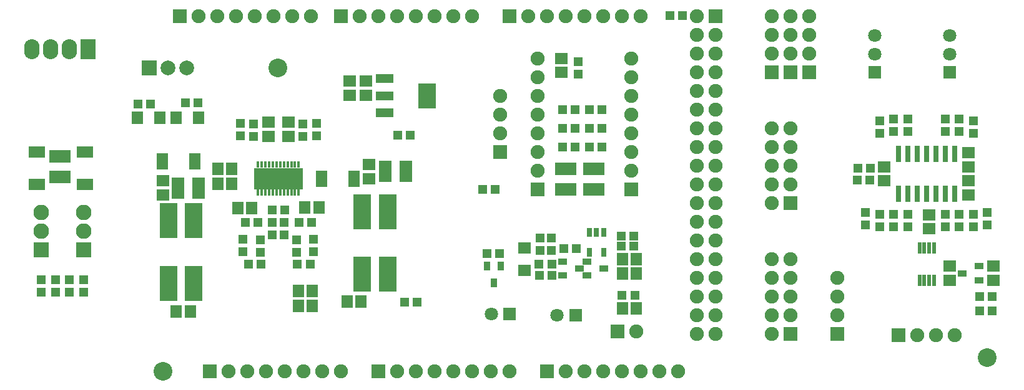
<source format=gbr>
G04 DipTrace 2.4.0.2*
%INTopMask.gbr*%
%MOIN*%
%ADD32C,0.1*%
%ADD36R,0.0709X0.0709*%
%ADD37C,0.0709*%
%ADD45R,0.0748X0.0748*%
%ADD46C,0.0748*%
%ADD66R,0.0316X0.0513*%
%ADD68R,0.0237X0.0631*%
%ADD70R,0.0316X0.0867*%
%ADD72R,0.0926X0.136*%
%ADD74R,0.0926X0.0454*%
%ADD76R,0.2611X0.1119*%
%ADD78R,0.0178X0.0356*%
%ADD81R,0.0926X0.1852*%
%ADD83R,0.071X0.1143*%
%ADD85C,0.0828*%
%ADD86R,0.0828X0.0828*%
%ADD87R,0.0493X0.0336*%
%ADD89R,0.0336X0.0493*%
%ADD91O,0.0828X0.1064*%
%ADD93R,0.0828X0.1064*%
%ADD97C,0.0789*%
%ADD98R,0.0789X0.0789*%
%ADD100C,0.058*%
%ADD102R,0.0907X0.0631*%
%ADD104R,0.071X0.0631*%
%ADD106R,0.0631X0.071*%
%ADD108R,0.0631X0.0907*%
%ADD110R,0.1143X0.071*%
%ADD112R,0.0513X0.0474*%
%ADD114R,0.0474X0.0513*%
%ADD116R,0.0671X0.0592*%
%ADD118R,0.0592X0.0671*%
%FSLAX44Y44*%
G04*
G70*
G90*
G75*
G01*
%LNTopMask*%
%LPD*%
D118*
X11417Y11024D3*
X12165D3*
X11417Y11850D3*
X12165D3*
D116*
X8500Y11187D3*
Y10439D3*
D118*
X9188Y4188D3*
X9936D3*
X13228Y9724D3*
X12480D3*
D114*
X12751Y8063D3*
Y7394D3*
D112*
X13711Y6729D3*
X13042D3*
D116*
X14134Y13583D3*
Y14331D3*
D114*
X16502Y8063D3*
Y7394D3*
D116*
X15197Y13583D3*
Y14331D3*
D112*
X15667Y6729D3*
X16336D3*
D118*
X16063Y9764D3*
X16811D3*
X19065Y4750D3*
X18316D3*
D116*
X18440Y15778D3*
Y16526D3*
X19316Y15779D3*
Y16528D3*
X19500Y12062D3*
Y11314D3*
D118*
X16457Y5315D3*
X15709D3*
X16457Y4488D3*
X15709D3*
D114*
X46750Y8750D3*
Y9419D3*
D116*
X52812Y5875D3*
Y6623D3*
D114*
X47500Y14500D3*
Y13831D3*
X51750Y8750D3*
Y9419D3*
X51000Y14500D3*
Y13831D3*
D116*
X49375Y8625D3*
Y9373D3*
X50500Y5875D3*
Y6623D3*
X51500Y12687D3*
Y11939D3*
Y11187D3*
Y10439D3*
X47000Y11187D3*
Y11936D3*
X29750Y17000D3*
Y17748D3*
D110*
X31500Y10750D3*
Y11852D3*
X30000Y10750D3*
Y11852D3*
D118*
X33003Y6251D3*
X33751D3*
D112*
X29878Y7563D3*
X30547D3*
D110*
X3000Y12500D3*
Y11398D3*
D118*
X33002Y4375D3*
X33750D3*
D108*
X10187Y12250D3*
X8455D3*
D106*
X7126Y14564D3*
X8307D3*
X9188D3*
X10370D3*
D108*
X16939Y11314D3*
X18672D3*
D104*
X27787Y7591D3*
Y6410D3*
D102*
X1750Y12750D3*
Y11018D3*
X4312Y12750D3*
Y11018D3*
D112*
X22062Y4687D3*
X21393D3*
X21687Y13625D3*
X21018D3*
X52750Y4250D3*
X52081D3*
X25562Y10750D3*
X26232D3*
D32*
X14625Y17250D3*
D100*
D3*
D32*
X8500Y1000D3*
D100*
D3*
D32*
X52500Y1750D3*
D100*
D3*
D45*
X11000Y1000D3*
D46*
X12000D3*
X13000D3*
X14000D3*
X15000D3*
X16000D3*
X17000D3*
X18000D3*
D45*
X9400Y20000D3*
D46*
X10400D3*
X11400D3*
X12400D3*
X13400D3*
X14400D3*
X15400D3*
X16400D3*
D45*
X38000D3*
D46*
X37000D3*
X38000Y19000D3*
X37000D3*
X38000Y18000D3*
X37000D3*
X38000Y17000D3*
X37000D3*
X38000Y16000D3*
X37000D3*
X38000Y15000D3*
X37000D3*
X38000Y14000D3*
X37000D3*
X38000Y13000D3*
X37000D3*
X38000Y12000D3*
X37000D3*
X38000Y11000D3*
X37000D3*
X38000Y10000D3*
X37000D3*
X38000Y9000D3*
X37000D3*
X38000Y8000D3*
X37000D3*
X38000Y7000D3*
X37000D3*
X38000Y6000D3*
X37000D3*
X38000Y5000D3*
X37000D3*
X38000Y4000D3*
X37000D3*
X38000Y3000D3*
X37000D3*
D45*
X20000Y1000D3*
D46*
X21000D3*
X22000D3*
X23000D3*
X24000D3*
X25000D3*
X26000D3*
X27000D3*
D45*
X18000Y20000D3*
D46*
X19000D3*
X20000D3*
X21000D3*
X22000D3*
X23000D3*
X24000D3*
X25000D3*
D45*
X42000Y10000D3*
D46*
X41000D3*
X42000Y11000D3*
X41000D3*
X42000Y12000D3*
X41000D3*
X42000Y13000D3*
X41000D3*
X42000Y14000D3*
X41000D3*
D45*
X29000Y1000D3*
D46*
X30000D3*
X31000D3*
X32000D3*
X33000D3*
X34000D3*
X35000D3*
X36000D3*
D45*
X27000Y20000D3*
D46*
X28000D3*
X29000D3*
X30000D3*
X31000D3*
X32000D3*
X33000D3*
X34000D3*
D45*
X42000Y3000D3*
D46*
X41000D3*
X42000Y4000D3*
X41000D3*
X42000Y5000D3*
X41000D3*
X42000Y6000D3*
X41000D3*
X42000Y7000D3*
X41000D3*
D45*
X44500Y3000D3*
D46*
Y4000D3*
Y5000D3*
Y6000D3*
D45*
X41000Y17000D3*
D46*
Y18000D3*
Y19000D3*
Y20000D3*
D45*
X42000Y17000D3*
D46*
Y18000D3*
Y19000D3*
Y20000D3*
D45*
X43000Y17000D3*
D46*
Y18000D3*
Y19000D3*
Y20000D3*
D98*
X7750Y17250D3*
D97*
X8750D3*
X9750D3*
D36*
X46500Y17000D3*
D37*
Y17984D3*
Y18969D3*
D36*
X50500Y17000D3*
D37*
Y17984D3*
Y18969D3*
D45*
X47750Y2937D3*
D46*
X48750D3*
X49750D3*
X50750D3*
D45*
X26500Y12750D3*
D46*
Y13750D3*
Y14750D3*
Y15750D3*
D45*
X33500Y10750D3*
D46*
Y11750D3*
Y12750D3*
Y13750D3*
Y14750D3*
Y15750D3*
Y16750D3*
Y17750D3*
D45*
X28500Y10750D3*
D46*
Y11750D3*
Y12750D3*
Y13750D3*
Y14750D3*
Y15750D3*
Y16750D3*
Y17750D3*
D36*
X26995Y4055D3*
D37*
X26011D3*
D36*
X30503Y4000D3*
D37*
X29519D3*
D93*
X4500Y18250D3*
D91*
X3500D3*
X2500D3*
X1500D3*
D45*
X32750Y3125D3*
D46*
X33750D3*
D89*
X26517Y6642D3*
X25769D3*
X26143Y5736D3*
D87*
X31128Y6876D3*
Y6128D3*
X32034Y6502D3*
X29816Y6876D3*
Y6128D3*
X30721Y6502D3*
D86*
X2000Y7500D3*
D85*
Y8500D3*
Y9500D3*
D86*
X4250Y7500D3*
D85*
Y8500D3*
Y9500D3*
D112*
X35544Y20024D3*
X36213D3*
D83*
X10375Y10812D3*
X9273D3*
D112*
X7813Y15314D3*
X7144D3*
X9689Y15377D3*
X10358D3*
X12874Y8976D3*
X13543D3*
D114*
X12634Y14270D3*
Y13601D3*
X13322Y13583D3*
Y14252D3*
X13689Y7376D3*
Y8045D3*
X14314Y8313D3*
Y8983D3*
D112*
Y9626D3*
X14983D3*
D114*
X14939Y8313D3*
Y8983D3*
X15627Y7376D3*
Y8045D3*
X15947Y13583D3*
Y14252D3*
D112*
X16417Y8976D3*
X15748D3*
D114*
X16697Y14270D3*
Y13601D3*
D83*
X21437Y11688D3*
X20335D3*
D112*
X52081Y5000D3*
X52750D3*
D114*
X47500Y8750D3*
Y9419D3*
X46000Y9500D3*
Y8831D3*
X46750Y13750D3*
Y14419D3*
X48250Y8750D3*
Y9419D3*
Y14500D3*
Y13831D3*
X51000Y8750D3*
Y9419D3*
X52500Y9498D3*
Y8829D3*
X51750Y13750D3*
Y14419D3*
X50250Y8750D3*
Y9419D3*
Y14500D3*
Y13831D3*
D112*
X46250Y11875D3*
X45581D3*
X45562Y11250D3*
X46232D3*
D114*
X30665Y17585D3*
Y16915D3*
D112*
X30500Y13000D3*
X29831D3*
X30500Y14000D3*
X29831D3*
X30500Y15000D3*
X29831D3*
X31250Y13000D3*
X31919D3*
X31250Y14000D3*
X31919D3*
X31250Y15000D3*
X31919D3*
X32941Y8251D3*
X33610D3*
X33629Y7688D3*
X32959D3*
X26440Y7313D3*
X25771D3*
D114*
X29213Y7479D3*
Y8148D3*
X28606D3*
Y7479D3*
D112*
X28565Y6751D3*
X29235D3*
X29253Y6126D3*
X28584D3*
D114*
X2000Y5250D3*
Y5919D3*
X4250Y5250D3*
Y5919D3*
D112*
X33000Y5062D3*
X33669D3*
D114*
X2750Y5250D3*
Y5919D3*
X3500Y5250D3*
Y5919D3*
D81*
X10126Y9063D3*
X8776D3*
Y5717D3*
X10126D3*
X19127Y6188D3*
X20477D3*
Y9535D3*
X19127D3*
D78*
X13564Y10564D3*
X13761D3*
X13958D3*
X14154D3*
X14351D3*
X14548D3*
X14745D3*
X14942D3*
X15139D3*
X15336D3*
X15532D3*
X15729D3*
Y12060D3*
X15532D3*
X15336D3*
X15139D3*
X14942D3*
X14745D3*
X14548D3*
X14351D3*
X14154D3*
X13958D3*
X13761D3*
X13564D3*
D76*
X14647Y11312D3*
D74*
X20315Y16654D3*
Y15748D3*
Y14843D3*
D72*
X22598Y15748D3*
D87*
X52062Y5875D3*
Y6623D3*
X51157Y6249D3*
D70*
X47750Y10500D3*
X48250D3*
X48750D3*
X49250D3*
X49750D3*
X50250D3*
X50750D3*
Y12626D3*
X50250D3*
X49750D3*
X49250D3*
X48750D3*
X48250D3*
X47750D3*
D68*
X48875Y5875D3*
X49131D3*
X49387D3*
X49643D3*
Y7607D3*
X49387D3*
X49131D3*
X48875D3*
D66*
X32003Y8438D3*
X31629D3*
X31255D3*
Y7375D3*
X32003D3*
D118*
X33003Y7001D3*
X33751D3*
M02*

</source>
